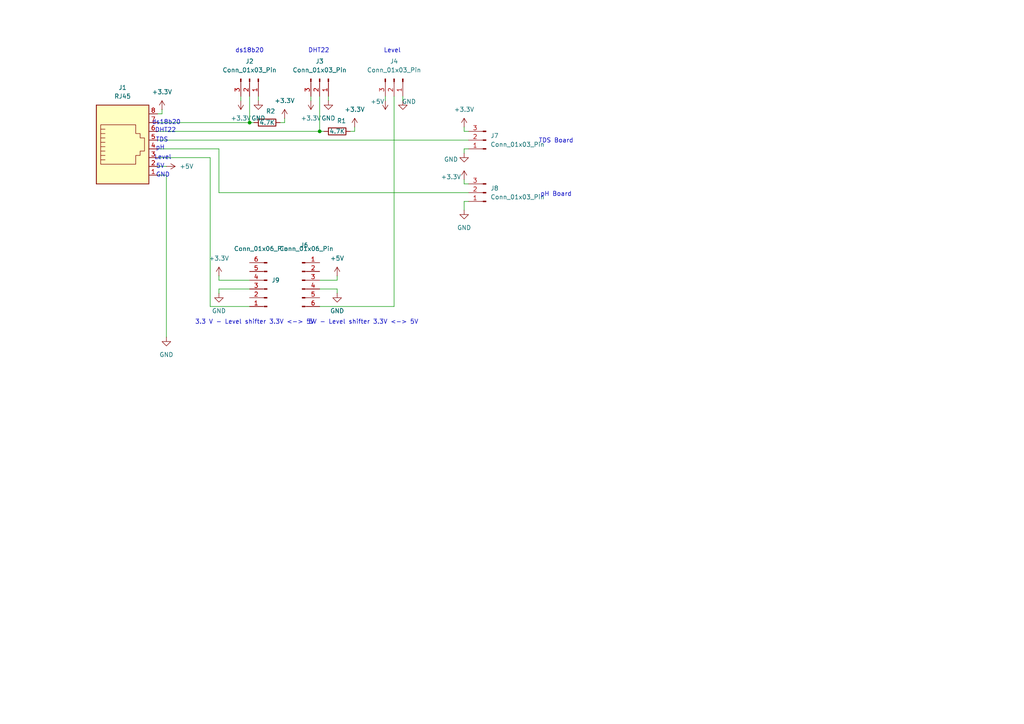
<source format=kicad_sch>
(kicad_sch (version 20231120) (generator "eeschema") (generator_version "8.0")
  (paper "A4")
  (lib_symbols
    (symbol "Connector:Conn_01x03_Pin" (pin_names (offset 1.016) hide)
      (property "Reference" "J" (at 0 5.08 0))
      (property "Value" "Conn_01x03_Pin" (at 0 -5.08 0))
      (symbol "Conn_01x03_Pin_1_1"
        (polyline (pts (xy 1.27 -2.54) (xy 0.8636 -2.54)) (stroke (width 0.1524)))
        (polyline (pts (xy 1.27 0) (xy 0.8636 0)) (stroke (width 0.1524)))
        (polyline (pts (xy 1.27 2.54) (xy 0.8636 2.54)) (stroke (width 0.1524)))
        (rectangle (start 0.8636 -2.413) (end 0 -2.667) (stroke (width 0.1524)) (fill (type outline)))
        (rectangle (start 0.8636 0.127) (end 0 -0.127) (stroke (width 0.1524)) (fill (type outline)))
        (rectangle (start 0.8636 2.667) (end 0 2.413) (stroke (width 0.1524)) (fill (type outline)))
        (pin passive line (at 5.08 2.54 180) (length 3.81) (name "Pin_1") (number "1"))
        (pin passive line (at 5.08 0 180) (length 3.81) (name "Pin_2") (number "2"))
        (pin passive line (at 5.08 -2.54 180) (length 3.81) (name "Pin_3") (number "3"))
      )
    )
    (symbol "Connector:Conn_01x06_Pin" (pin_names (offset 1.016) hide)
      (property "Reference" "J" (at 0 7.62 0))
      (property "Value" "Conn_01x06_Pin" (at 0 -10.16 0))
      (symbol "Conn_01x06_Pin_1_1"
        (polyline (pts (xy 1.27 -7.62) (xy 0.8636 -7.62)) (stroke (width 0.1524)))
        (polyline (pts (xy 1.27 -5.08) (xy 0.8636 -5.08)) (stroke (width 0.1524)))
        (polyline (pts (xy 1.27 -2.54) (xy 0.8636 -2.54)) (stroke (width 0.1524)))
        (polyline (pts (xy 1.27 0) (xy 0.8636 0)) (stroke (width 0.1524)))
        (polyline (pts (xy 1.27 2.54) (xy 0.8636 2.54)) (stroke (width 0.1524)))
        (polyline (pts (xy 1.27 5.08) (xy 0.8636 5.08)) (stroke (width 0.1524)))
        (rectangle (start 0.8636 -7.493) (end 0 -7.747) (stroke (width 0.1524)) (fill (type outline)))
        (rectangle (start 0.8636 -4.953) (end 0 -5.207) (stroke (width 0.1524)) (fill (type outline)))
        (rectangle (start 0.8636 -2.413) (end 0 -2.667) (stroke (width 0.1524)) (fill (type outline)))
        (rectangle (start 0.8636 0.127) (end 0 -0.127) (stroke (width 0.1524)) (fill (type outline)))
        (rectangle (start 0.8636 2.667) (end 0 2.413) (stroke (width 0.1524)) (fill (type outline)))
        (rectangle (start 0.8636 5.207) (end 0 4.953) (stroke (width 0.1524)) (fill (type outline)))
        (pin passive line (at 5.08 5.08 180) (length 3.81) (name "Pin_1") (number "1"))
        (pin passive line (at 5.08 2.54 180) (length 3.81) (name "Pin_2") (number "2"))
        (pin passive line (at 5.08 0 180) (length 3.81) (name "Pin_3") (number "3"))
        (pin passive line (at 5.08 -2.54 180) (length 3.81) (name "Pin_4") (number "4"))
        (pin passive line (at 5.08 -5.08 180) (length 3.81) (name "Pin_5") (number "5"))
        (pin passive line (at 5.08 -7.62 180) (length 3.81) (name "Pin_6") (number "6"))
      )
    )
    (symbol "Connector:RJ45" (pin_names (offset 1.016))
      (property "Reference" "J" (at -5.08 13.97 0))
      (property "Value" "RJ45" (at 2.54 13.97 0))
      (symbol "RJ45_0_1"
        (polyline (pts (xy -5.08 4.445) (xy -6.35 4.445)))
        (polyline (pts (xy -5.08 5.715) (xy -6.35 5.715)))
        (polyline (pts (xy -6.35 -3.175) (xy -5.08 -3.175) (xy -5.08 -3.175)))
        (polyline (pts (xy -6.35 -1.905) (xy -5.08 -1.905) (xy -5.08 -1.905)))
        (polyline (pts (xy -6.35 -0.635) (xy -5.08 -0.635) (xy -5.08 -0.635)))
        (polyline (pts (xy -6.35 0.635) (xy -5.08 0.635) (xy -5.08 0.635)))
        (polyline (pts (xy -6.35 1.905) (xy -5.08 1.905) (xy -5.08 1.905)))
        (polyline (pts (xy -5.08 3.175) (xy -6.35 3.175) (xy -6.35 3.175)))
        (polyline (pts (xy -6.35 -4.445) (xy -6.35 6.985) (xy 3.81 6.985) (xy 3.81 4.445) (xy 5.08 4.445) (xy 5.08 3.175) (xy 6.35 3.175) (xy 6.35 -0.635) (xy 5.08 -0.635) (xy 5.08 -1.905) (xy 3.81 -1.905) (xy 3.81 -4.445) (xy -6.35 -4.445) (xy -6.35 -4.445)))
        (rectangle (start 7.62 12.7) (end -7.62 -10.16) (stroke (width 0.254)) (fill (type background)))
      )
      (symbol "RJ45_1_1"
        (pin passive line (at 10.16 -7.62 180) (length 2.54) (name "~") (number "1"))
        (pin passive line (at 10.16 -5.08 180) (length 2.54) (name "~") (number "2"))
        (pin passive line (at 10.16 -2.54 180) (length 2.54) (name "~") (number "3"))
        (pin passive line (at 10.16 0 180) (length 2.54) (name "~") (number "4"))
        (pin passive line (at 10.16 2.54 180) (length 2.54) (name "~") (number "5"))
        (pin passive line (at 10.16 5.08 180) (length 2.54) (name "~") (number "6"))
        (pin passive line (at 10.16 7.62 180) (length 2.54) (name "~") (number "7"))
        (pin passive line (at 10.16 10.16 180) (length 2.54) (name "~") (number "8"))
      )
    )
    (symbol "Device:R" (pin_numbers hide) (pin_names (offset 0))
      (property "Reference" "R" (at 2.032 0 90))
      (property "Value" "R" (at 0 0 90))
      (symbol "R_0_1"
        (rectangle (start -1.016 -2.54) (end 1.016 2.54) (stroke (width 0.254)))
      )
      (symbol "R_1_1"
        (pin passive line (at 0 3.81 270) (length 1.27) (name "~") (number "1"))
        (pin passive line (at 0 -3.81 90) (length 1.27) (name "~") (number "2"))
      )
    )
    (symbol "power:+3.3V" (power) (pin_numbers hide) (pin_names (offset 0) hide)
      (property "Value" "+3.3V" (at 0 3.556 0))
      (symbol "+3.3V_0_1"
        (polyline (pts (xy -0.762 1.27) (xy 0 2.54)))
        (polyline (pts (xy 0 0) (xy 0 2.54)))
        (polyline (pts (xy 0 2.54) (xy 0.762 1.27)))
      )
      (symbol "+3.3V_1_1"
        (pin power_in line (at 0 0 90) (length 0) (name "~") (number "1"))
      )
    )
    (symbol "power:+5V" (power) (pin_numbers hide) (pin_names (offset 0) hide)
      (property "Value" "+5V" (at 0 3.556 0))
      (symbol "+5V_0_1"
        (polyline (pts (xy -0.762 1.27) (xy 0 2.54)))
        (polyline (pts (xy 0 0) (xy 0 2.54)))
        (polyline (pts (xy 0 2.54) (xy 0.762 1.27)))
      )
      (symbol "+5V_1_1"
        (pin power_in line (at 0 0 90) (length 0) (name "~") (number "1"))
      )
    )
    (symbol "power:GND" (power) (pin_numbers hide) (pin_names (offset 0) hide)
      (property "Value" "GND" (at 0 -3.81 0))
      (symbol "GND_0_1"
        (polyline (pts (xy 0 0) (xy 0 -1.27) (xy 1.27 -1.27) (xy 0 -2.54) (xy -1.27 -1.27) (xy 0 -1.27)))
      )
      (symbol "GND_1_1"
        (pin power_in line (at 0 0 270) (length 0) (name "~") (number "1"))
      )
    )
  )
  (junction (at 92.71 38.1))
  (junction (at 72.39 35.56))
  (wire (pts (xy 45.72 33.02) (xy 46.99 33.02)))
  (wire (pts (xy 101.6 38.1) (xy 102.87 38.1)))
  (wire (pts (xy 92.71 38.1) (xy 92.71 27.94)))
  (wire (pts (xy 63.5 83.82) (xy 63.5 85.09)))
  (wire (pts (xy 95.25 27.94) (xy 95.25 29.21)))
  (wire (pts (xy 92.71 38.1) (xy 93.98 38.1)))
  (wire (pts (xy 45.72 50.8) (xy 48.26 50.8)))
  (wire (pts (xy 134.62 52.07) (xy 134.62 53.34)))
  (wire (pts (xy 45.72 45.72) (xy 60.96 45.72)))
  (wire (pts (xy 92.71 88.9) (xy 114.3 88.9)))
  (wire (pts (xy 114.3 88.9) (xy 114.3 27.94)))
  (wire (pts (xy 134.62 43.18) (xy 134.62 44.45)))
  (wire (pts (xy 72.39 81.28) (xy 63.5 81.28)))
  (wire (pts (xy 92.71 81.28) (xy 97.79 81.28)))
  (wire (pts (xy 82.55 35.56) (xy 82.55 34.29)))
  (wire (pts (xy 60.96 88.9) (xy 72.39 88.9)))
  (wire (pts (xy 72.39 35.56) (xy 73.66 35.56)))
  (wire (pts (xy 74.93 27.94) (xy 74.93 29.21)))
  (wire (pts (xy 92.71 83.82) (xy 97.79 83.82)))
  (wire (pts (xy 90.17 27.94) (xy 90.17 29.21)))
  (wire (pts (xy 102.87 38.1) (xy 102.87 36.83)))
  (wire (pts (xy 63.5 43.18) (xy 63.5 55.88)))
  (wire (pts (xy 48.26 50.8) (xy 48.26 97.79)))
  (wire (pts (xy 60.96 45.72) (xy 60.96 88.9)))
  (wire (pts (xy 45.72 35.56) (xy 72.39 35.56)))
  (wire (pts (xy 63.5 81.28) (xy 63.5 80.01)))
  (wire (pts (xy 134.62 58.42) (xy 134.62 60.96)))
  (wire (pts (xy 135.89 43.18) (xy 134.62 43.18)))
  (wire (pts (xy 134.62 53.34) (xy 135.89 53.34)))
  (wire (pts (xy 116.84 27.94) (xy 116.84 29.21)))
  (wire (pts (xy 63.5 55.88) (xy 135.89 55.88)))
  (wire (pts (xy 135.89 58.42) (xy 134.62 58.42)))
  (wire (pts (xy 134.62 38.1) (xy 135.89 38.1)))
  (wire (pts (xy 111.76 27.94) (xy 111.76 29.21)))
  (wire (pts (xy 72.39 83.82) (xy 63.5 83.82)))
  (wire (pts (xy 97.79 83.82) (xy 97.79 85.09)))
  (wire (pts (xy 45.72 43.18) (xy 63.5 43.18)))
  (wire (pts (xy 81.28 35.56) (xy 82.55 35.56)))
  (wire (pts (xy 69.85 27.94) (xy 69.85 29.21)))
  (wire (pts (xy 45.72 48.26) (xy 48.26 48.26)))
  (wire (pts (xy 45.72 40.64) (xy 135.89 40.64)))
  (wire (pts (xy 134.62 36.83) (xy 134.62 38.1)))
  (wire (pts (xy 45.72 38.1) (xy 92.71 38.1)))
  (wire (pts (xy 72.39 35.56) (xy 72.39 27.94)))
  (wire (pts (xy 97.79 81.28) (xy 97.79 80.01)))
  (wire (pts (xy 46.99 33.02) (xy 46.99 31.75)))
  (text "DHT22" (at 92.456 14.732 0) (effects (font (size 1.27 1.27))))
  (text "5V" (at 46.482 48.26 0) (effects (font (size 1.27 1.27))))
  (text "ds18b20" (at 48.26 35.56 0) (effects (font (size 1.27 1.27))))
  (text "3.3 V - Level shifter 3.3V <-> 5V" (at 73.914 93.472 0) (effects (font (size 1.27 1.27))))
  (text "Level" (at 113.792 14.732 0) (effects (font (size 1.27 1.27))))
  (text "GND" (at 47.244 50.8 0) (effects (font (size 1.27 1.27))))
  (text "pH Board" (at 161.29 56.388 0) (effects (font (size 1.27 1.27))))
  (text "DHT22" (at 48.006 37.846 0) (effects (font (size 1.27 1.27))))
  (text "TDS Board" (at 161.29 40.894 0) (effects (font (size 1.27 1.27))))
  (text "5V - Level shifter 3.3V <-> 5V" (at 105.41 93.472 0) (effects (font (size 1.27 1.27))))
  (text "TDS" (at 46.99 40.64 0) (effects (font (size 1.27 1.27))))
  (text "ds18b20" (at 72.39 14.732 0) (effects (font (size 1.27 1.27))))
  (text "pH" (at 46.482 42.926 0) (effects (font (size 1.27 1.27))))
  (text "Level" (at 47.244 45.72 0) (effects (font (size 1.27 1.27))))
  (symbol (lib_id "power:+3.3V") (at 102.87 36.83 0) (unit 1)
    (property "Reference" "#PWR09" (effects (hide yes)))
    (property "Value" "+3.3V" (at 102.87 31.75 0))
    (property "Description" "Power symbol creates a global label with name \"+3.3V\"" (effects (hide yes)))
  )
  (symbol (lib_id "Connector:RJ45") (at 35.56 43.18 0) (unit 1)
    (property "Reference" "J1" (at 35.56 25.4 0))
    (property "Value" "RJ45" (at 35.56 27.94 0))
    (property "Description" "RJ connector, 8P8C (8 positions 8 connected)" (effects (hide yes)))
  )
  (symbol (lib_id "power:GND") (at 134.62 60.96 0) (unit 1)
    (property "Reference" "#PWR05" (effects (hide yes)))
    (property "Value" "GND" (at 134.62 66.04 0))
    (property "Description" "Power symbol creates a global label with name \"GND\" , ground" (effects (hide yes)))
  )
  (symbol (lib_id "Connector:Conn_01x03_Pin") (at 140.97 55.88 180) (unit 1)
    (property "Reference" "J8" (at 142.24 54.61 0) (effects (justify right)))
    (property "Value" "Conn_01x03_Pin" (at 142.24 57.15 0) (effects (justify right)))
    (property "Description" "Generic connector, single row, 01x03, script generated" (effects (hide yes)))
  )
  (symbol (lib_id "power:+3.3V") (at 63.5 80.01 0) (unit 1)
    (property "Reference" "#PWR015" (effects (hide yes)))
    (property "Value" "+3.3V" (at 63.5 74.93 0))
    (property "Description" "Power symbol creates a global label with name \"+3.3V\"" (effects (hide yes)))
  )
  (symbol (lib_id "power:+3.3V") (at 82.55 34.29 0) (unit 1)
    (property "Reference" "#PWR014" (effects (hide yes)))
    (property "Value" "+3.3V" (at 82.55 29.21 0))
    (property "Description" "Power symbol creates a global label with name \"+3.3V\"" (effects (hide yes)))
  )
  (symbol (lib_id "power:GND") (at 95.25 29.21 0) (unit 1)
    (property "Reference" "#PWR011" (effects (hide yes)))
    (property "Value" "GND" (at 95.25 34.29 0))
    (property "Description" "Power symbol creates a global label with name \"GND\" , ground" (effects (hide yes)))
  )
  (symbol (lib_id "power:+3.3V") (at 69.85 29.21 180) (unit 1)
    (property "Reference" "#PWR013" (effects (hide yes)))
    (property "Value" "+3.3V" (at 69.85 34.29 0))
    (property "Description" "Power symbol creates a global label with name \"+3.3V\"" (effects (hide yes)))
  )
  (symbol (lib_id "Connector:Conn_01x06_Pin") (at 87.63 81.28 0) (unit 1)
    (property "Reference" "J6" (at 88.265 71.12 0))
    (property "Value" "Conn_01x06_Pin" (at 88.9 72.136 0))
    (property "Description" "Generic connector, single row, 01x06, script generated" (effects (hide yes)))
  )
  (symbol (lib_id "power:+5V") (at 111.76 29.21 180) (unit 1)
    (property "Reference" "#PWR03" (effects (hide yes)))
    (property "Value" "+5V" (at 109.474 29.464 0))
    (property "Description" "Power symbol creates a global label with name \"+5V\"" (effects (hide yes)))
  )
  (symbol (lib_id "power:+5V") (at 48.26 48.26 270) (unit 1)
    (property "Reference" "#PWR02" (effects (hide yes)))
    (property "Value" "+5V" (at 52.07 48.26 90) (effects (justify left)))
    (property "Description" "Power symbol creates a global label with name \"+5V\"" (effects (hide yes)))
  )
  (symbol (lib_id "power:GND") (at 116.84 29.21 0) (unit 1)
    (property "Reference" "#PWR04" (effects (hide yes)))
    (property "Value" "GND" (at 118.618 29.464 0))
    (property "Description" "Power symbol creates a global label with name \"GND\" , ground" (effects (hide yes)))
  )
  (symbol (lib_id "Connector:Conn_01x03_Pin") (at 72.39 22.86 270) (unit 1)
    (property "Reference" "J2" (at 72.39 17.78 90))
    (property "Value" "Conn_01x03_Pin" (at 72.39 20.32 90))
    (property "Description" "Generic connector, single row, 01x03, script generated" (effects (hide yes)))
  )
  (symbol (lib_id "Device:R") (at 77.47 35.56 90) (unit 1)
    (property "Reference" "R2" (at 78.486 32.258 90))
    (property "Value" "4.7K" (at 77.47 35.56 90))
    (property "Description" "Resistor" (effects (hide yes)))
  )
  (symbol (lib_id "power:+3.3V") (at 90.17 29.21 180) (unit 1)
    (property "Reference" "#PWR010" (effects (hide yes)))
    (property "Value" "+3.3V" (at 90.17 34.29 0))
    (property "Description" "Power symbol creates a global label with name \"+3.3V\"" (effects (hide yes)))
  )
  (symbol (lib_id "Connector:Conn_01x06_Pin") (at 77.47 83.82 180) (unit 1)
    (property "Reference" "J9" (at 78.74 81.28 0) (effects (justify right)))
    (property "Value" "Conn_01x06_Pin" (at 67.818 72.136 0) (effects (justify right)))
    (property "Description" "Generic connector, single row, 01x06, script generated" (effects (hide yes)))
  )
  (symbol (lib_id "power:GND") (at 63.5 85.09 0) (unit 1)
    (property "Reference" "#PWR016" (effects (hide yes)))
    (property "Value" "GND" (at 63.5 90.17 0))
    (property "Description" "Power symbol creates a global label with name \"GND\" , ground" (effects (hide yes)))
  )
  (symbol (lib_id "Device:R") (at 97.79 38.1 90) (unit 1)
    (property "Reference" "R1" (at 99.06 35.052 90))
    (property "Value" "4.7K" (at 97.79 38.1 90))
    (property "Description" "Resistor" (effects (hide yes)))
  )
  (symbol (lib_id "Connector:Conn_01x03_Pin") (at 114.3 22.86 270) (unit 1)
    (property "Reference" "J4" (at 114.3 17.78 90))
    (property "Value" "Conn_01x03_Pin" (at 114.3 20.32 90))
    (property "Description" "Generic connector, single row, 01x03, script generated" (effects (hide yes)))
  )
  (symbol (lib_id "power:GND") (at 97.79 85.09 0) (unit 1)
    (property "Reference" "#PWR017" (effects (hide yes)))
    (property "Value" "GND" (at 97.79 90.17 0))
    (property "Description" "Power symbol creates a global label with name \"GND\" , ground" (effects (hide yes)))
  )
  (symbol (lib_id "power:+5V") (at 97.79 80.01 0) (unit 1)
    (property "Reference" "#PWR018" (effects (hide yes)))
    (property "Value" "+5V" (at 97.79 74.93 0))
    (property "Description" "Power symbol creates a global label with name \"+5V\"" (effects (hide yes)))
  )
  (symbol (lib_id "power:+3.3V") (at 134.62 36.83 0) (unit 1)
    (property "Reference" "#PWR08" (effects (hide yes)))
    (property "Value" "+3.3V" (at 134.62 31.75 0))
    (property "Description" "Power symbol creates a global label with name \"+3.3V\"" (effects (hide yes)))
  )
  (symbol (lib_id "power:+3.3V") (at 134.62 52.07 0) (unit 1)
    (property "Reference" "#PWR06" (effects (hide yes)))
    (property "Value" "+3.3V" (at 130.81 51.308 0))
    (property "Description" "Power symbol creates a global label with name \"+3.3V\"" (effects (hide yes)))
  )
  (symbol (lib_id "Connector:Conn_01x03_Pin") (at 92.71 22.86 270) (unit 1)
    (property "Reference" "J3" (at 92.71 17.78 90))
    (property "Value" "Conn_01x03_Pin" (at 92.71 20.32 90))
    (property "Description" "Generic connector, single row, 01x03, script generated" (effects (hide yes)))
  )
  (symbol (lib_id "power:+3.3V") (at 46.99 31.75 0) (unit 1)
    (property "Reference" "#PWR019" (effects (hide yes)))
    (property "Value" "+3.3V" (at 46.99 26.67 0))
    (property "Description" "Power symbol creates a global label with name \"+3.3V\"" (effects (hide yes)))
  )
  (symbol (lib_id "Connector:Conn_01x03_Pin") (at 140.97 40.64 180) (unit 1)
    (property "Reference" "J7" (at 142.24 39.37 0) (effects (justify right)))
    (property "Value" "Conn_01x03_Pin" (at 142.24 41.91 0) (effects (justify right)))
    (property "Description" "Generic connector, single row, 01x03, script generated" (effects (hide yes)))
  )
  (symbol (lib_id "power:GND") (at 74.93 29.21 0) (unit 1)
    (property "Reference" "#PWR012" (effects (hide yes)))
    (property "Value" "GND" (at 74.93 34.29 0))
    (property "Description" "Power symbol creates a global label with name \"GND\" , ground" (effects (hide yes)))
  )
  (symbol (lib_id "power:GND") (at 134.62 44.45 0) (unit 1)
    (property "Reference" "#PWR07" (effects (hide yes)))
    (property "Value" "GND" (at 130.81 46.228 0))
    (property "Description" "Power symbol creates a global label with name \"GND\" , ground" (effects (hide yes)))
  )
  (symbol (lib_id "power:GND") (at 48.26 97.79 0) (unit 1)
    (property "Reference" "#PWR01" (effects (hide yes)))
    (property "Value" "GND" (at 48.26 102.87 0))
    (property "Description" "Power symbol creates a global label with name \"GND\" , ground" (effects (hide yes)))
  )
)
</source>
